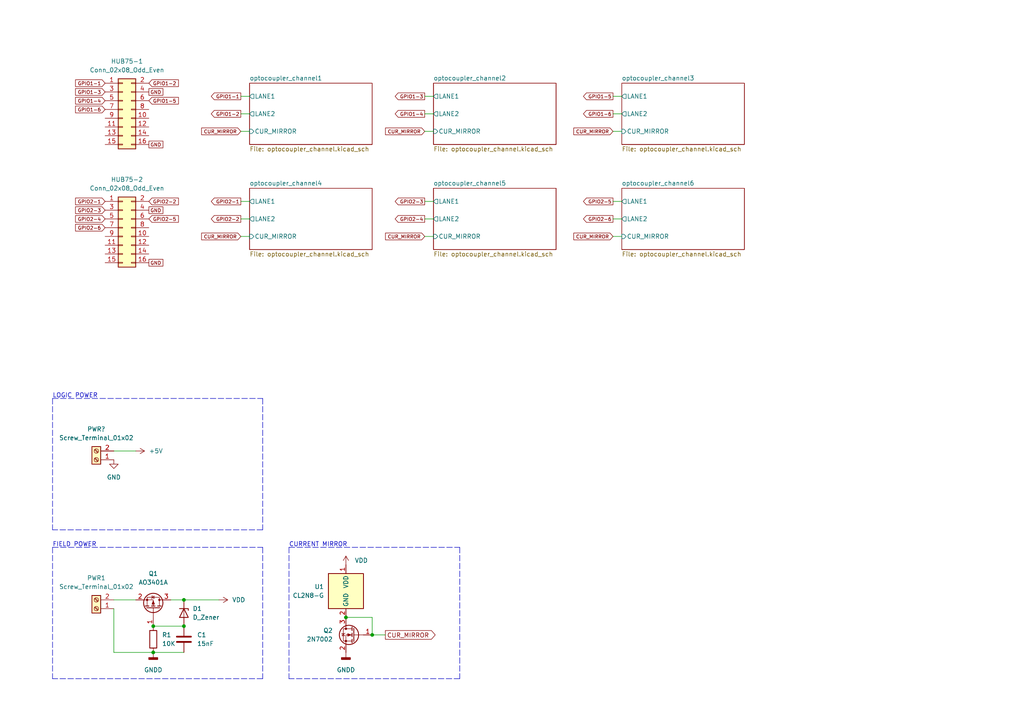
<source format=kicad_sch>
(kicad_sch (version 20211123) (generator eeschema)
  (paper "A4")
  (lib_symbols
    (symbol "Connector:Screw_Terminal_01x02" (pin_names (offset 1.016) hide)
      (property "Reference" "J" (at 0 2.54 0))
      (property "Value" "Screw_Terminal_01x02" (at 0 -5.08 0))
      (symbol "Screw_Terminal_01x02_1_1"
        (rectangle (start -1.27 1.27) (end 1.27 -3.81) (stroke (width 0.254)) (fill (type background)))
        (circle (center 0 -2.54) (radius 0.635) (stroke (width 0.1524)))
        (polyline (pts (xy -0.5334 -2.2098) (xy 0.3302 -3.048)) (stroke (width 0.1524)))
        (polyline (pts (xy -0.5334 0.3302) (xy 0.3302 -0.508)) (stroke (width 0.1524)))
        (polyline (pts (xy -0.3556 -2.032) (xy 0.508 -2.8702)) (stroke (width 0.1524)))
        (polyline (pts (xy -0.3556 0.508) (xy 0.508 -0.3302)) (stroke (width 0.1524)))
        (circle (center 0 0) (radius 0.635) (stroke (width 0.1524)))
        (pin passive line (at -5.08 0 0) (length 3.81) (name "Pin_1") (number "1"))
        (pin passive line (at -5.08 -2.54 0) (length 3.81) (name "Pin_2") (number "2"))
      )
    )
    (symbol "Connector_Generic:Conn_02x08_Odd_Even" (pin_names (offset 1.016) hide)
      (property "Reference" "J" (at 1.27 10.16 0))
      (property "Value" "Conn_02x08_Odd_Even" (at 1.27 -12.7 0))
      (symbol "Conn_02x08_Odd_Even_1_1"
        (rectangle (start -1.27 -10.033) (end 0 -10.287) (stroke (width 0.1524)))
        (rectangle (start -1.27 -7.493) (end 0 -7.747) (stroke (width 0.1524)))
        (rectangle (start -1.27 -4.953) (end 0 -5.207) (stroke (width 0.1524)))
        (rectangle (start -1.27 -2.413) (end 0 -2.667) (stroke (width 0.1524)))
        (rectangle (start -1.27 0.127) (end 0 -0.127) (stroke (width 0.1524)))
        (rectangle (start -1.27 2.667) (end 0 2.413) (stroke (width 0.1524)))
        (rectangle (start -1.27 5.207) (end 0 4.953) (stroke (width 0.1524)))
        (rectangle (start -1.27 7.747) (end 0 7.493) (stroke (width 0.1524)))
        (rectangle (start -1.27 8.89) (end 3.81 -11.43) (stroke (width 0.254)) (fill (type background)))
        (rectangle (start 3.81 -10.033) (end 2.54 -10.287) (stroke (width 0.1524)))
        (rectangle (start 3.81 -7.493) (end 2.54 -7.747) (stroke (width 0.1524)))
        (rectangle (start 3.81 -4.953) (end 2.54 -5.207) (stroke (width 0.1524)))
        (rectangle (start 3.81 -2.413) (end 2.54 -2.667) (stroke (width 0.1524)))
        (rectangle (start 3.81 0.127) (end 2.54 -0.127) (stroke (width 0.1524)))
        (rectangle (start 3.81 2.667) (end 2.54 2.413) (stroke (width 0.1524)))
        (rectangle (start 3.81 5.207) (end 2.54 4.953) (stroke (width 0.1524)))
        (rectangle (start 3.81 7.747) (end 2.54 7.493) (stroke (width 0.1524)))
        (pin passive line (at -5.08 7.62 0) (length 3.81) (name "Pin_1") (number "1"))
        (pin passive line (at 7.62 -2.54 180) (length 3.81) (name "Pin_10") (number "10"))
        (pin passive line (at -5.08 -5.08 0) (length 3.81) (name "Pin_11") (number "11"))
        (pin passive line (at 7.62 -5.08 180) (length 3.81) (name "Pin_12") (number "12"))
        (pin passive line (at -5.08 -7.62 0) (length 3.81) (name "Pin_13") (number "13"))
        (pin passive line (at 7.62 -7.62 180) (length 3.81) (name "Pin_14") (number "14"))
        (pin passive line (at -5.08 -10.16 0) (length 3.81) (name "Pin_15") (number "15"))
        (pin passive line (at 7.62 -10.16 180) (length 3.81) (name "Pin_16") (number "16"))
        (pin passive line (at 7.62 7.62 180) (length 3.81) (name "Pin_2") (number "2"))
        (pin passive line (at -5.08 5.08 0) (length 3.81) (name "Pin_3") (number "3"))
        (pin passive line (at 7.62 5.08 180) (length 3.81) (name "Pin_4") (number "4"))
        (pin passive line (at -5.08 2.54 0) (length 3.81) (name "Pin_5") (number "5"))
        (pin passive line (at 7.62 2.54 180) (length 3.81) (name "Pin_6") (number "6"))
        (pin passive line (at -5.08 0 0) (length 3.81) (name "Pin_7") (number "7"))
        (pin passive line (at 7.62 0 180) (length 3.81) (name "Pin_8") (number "8"))
        (pin passive line (at -5.08 -2.54 0) (length 3.81) (name "Pin_9") (number "9"))
      )
    )
    (symbol "Device:C" (pin_numbers hide) (pin_names (offset 0.254))
      (property "Reference" "C" (at 0.635 2.54 0))
      (property "Value" "C" (at 0.635 -2.54 0))
      (symbol "C_0_1"
        (polyline (pts (xy -2.032 -0.762) (xy 2.032 -0.762)) (stroke (width 0.508)))
        (polyline (pts (xy -2.032 0.762) (xy 2.032 0.762)) (stroke (width 0.508)))
      )
      (symbol "C_1_1"
        (pin passive line (at 0 3.81 270) (length 2.794) (name "~") (number "1"))
        (pin passive line (at 0 -3.81 90) (length 2.794) (name "~") (number "2"))
      )
    )
    (symbol "Device:D_Zener" (pin_numbers hide) (pin_names (offset 1.016) hide)
      (property "Reference" "D" (at 0 2.54 0))
      (property "Value" "D_Zener" (at 0 -2.54 0))
      (symbol "D_Zener_0_1"
        (polyline (pts (xy 1.27 0) (xy -1.27 0)))
        (polyline (pts (xy -1.27 -1.27) (xy -1.27 1.27) (xy -0.762 1.27)) (stroke (width 0.254)))
        (polyline (pts (xy 1.27 -1.27) (xy 1.27 1.27) (xy -1.27 0) (xy 1.27 -1.27)) (stroke (width 0.254)))
      )
      (symbol "D_Zener_1_1"
        (pin passive line (at -3.81 0 0) (length 2.54) (name "K") (number "1"))
        (pin passive line (at 3.81 0 180) (length 2.54) (name "A") (number "2"))
      )
    )
    (symbol "Device:R" (pin_numbers hide) (pin_names (offset 0))
      (property "Reference" "R" (at 2.032 0 90))
      (property "Value" "R" (at 0 0 90))
      (symbol "R_0_1"
        (rectangle (start -1.016 -2.54) (end 1.016 2.54) (stroke (width 0.254)))
      )
      (symbol "R_1_1"
        (pin passive line (at 0 3.81 270) (length 1.27) (name "~") (number "1"))
        (pin passive line (at 0 -3.81 90) (length 1.27) (name "~") (number "2"))
      )
    )
    (symbol "Driver_LED:HV9921N8-G"
      (property "Reference" "U2" (at -6.35 1.2701 0))
      (property "Value" "HV9921N8-G" (at -6.35 -1.2699 0))
      (symbol "HV9921N8-G_0_1"
        (rectangle (start -5.08 5.08) (end 5.08 -5.08) (stroke (width 0.254)) (fill (type background)))
      )
      (symbol "HV9921N8-G_1_1"
        (pin output line (at 0 7.62 270) (length 2.54) (name "VDD") (number "1"))
        (pin power_in line (at 0 -7.62 90) (length 2.54) (name "GND") (number "2"))
      )
    )
    (symbol "Transistor_FET:2N7002" (pin_names hide)
      (property "Reference" "Q" (at 5.08 1.905 0))
      (property "Value" "2N7002" (at 5.08 0 0))
      (symbol "2N7002_0_1"
        (polyline (pts (xy 0.254 0) (xy -2.54 0)))
        (polyline (pts (xy 0.254 1.905) (xy 0.254 -1.905)) (stroke (width 0.254)))
        (polyline (pts (xy 0.762 -1.27) (xy 0.762 -2.286)) (stroke (width 0.254)))
        (polyline (pts (xy 0.762 0.508) (xy 0.762 -0.508)) (stroke (width 0.254)))
        (polyline (pts (xy 0.762 2.286) (xy 0.762 1.27)) (stroke (width 0.254)))
        (polyline (pts (xy 2.54 2.54) (xy 2.54 1.778)))
        (polyline (pts (xy 2.54 -2.54) (xy 2.54 0) (xy 0.762 0)))
        (polyline (pts (xy 0.762 -1.778) (xy 3.302 -1.778) (xy 3.302 1.778) (xy 0.762 1.778)))
        (polyline (pts (xy 1.016 0) (xy 2.032 0.381) (xy 2.032 -0.381) (xy 1.016 0)) (fill (type outline)))
        (polyline (pts (xy 2.794 0.508) (xy 2.921 0.381) (xy 3.683 0.381) (xy 3.81 0.254)))
        (polyline (pts (xy 3.302 0.381) (xy 2.921 -0.254) (xy 3.683 -0.254) (xy 3.302 0.381)))
        (circle (center 1.651 0) (radius 2.794) (stroke (width 0.254)))
        (circle (center 2.54 -1.778) (radius 0.254) (fill (type outline)))
        (circle (center 2.54 1.778) (radius 0.254) (fill (type outline)))
      )
      (symbol "2N7002_1_1"
        (pin input line (at -5.08 0 0) (length 2.54) (name "G") (number "1"))
        (pin passive line (at 2.54 -5.08 90) (length 2.54) (name "S") (number "2"))
        (pin passive line (at 2.54 5.08 270) (length 2.54) (name "D") (number "3"))
      )
    )
    (symbol "Transistor_FET:AO3401A" (pin_names hide)
      (property "Reference" "Q" (at 5.08 1.905 0))
      (property "Value" "AO3401A" (at 5.08 0 0))
      (symbol "AO3401A_0_1"
        (polyline (pts (xy 0.254 0) (xy -2.54 0)))
        (polyline (pts (xy 0.254 1.905) (xy 0.254 -1.905)) (stroke (width 0.254)))
        (polyline (pts (xy 0.762 -1.27) (xy 0.762 -2.286)) (stroke (width 0.254)))
        (polyline (pts (xy 0.762 0.508) (xy 0.762 -0.508)) (stroke (width 0.254)))
        (polyline (pts (xy 0.762 2.286) (xy 0.762 1.27)) (stroke (width 0.254)))
        (polyline (pts (xy 2.54 2.54) (xy 2.54 1.778)))
        (polyline (pts (xy 2.54 -2.54) (xy 2.54 0) (xy 0.762 0)))
        (polyline (pts (xy 0.762 1.778) (xy 3.302 1.778) (xy 3.302 -1.778) (xy 0.762 -1.778)))
        (polyline (pts (xy 2.286 0) (xy 1.27 0.381) (xy 1.27 -0.381) (xy 2.286 0)) (fill (type outline)))
        (polyline (pts (xy 2.794 -0.508) (xy 2.921 -0.381) (xy 3.683 -0.381) (xy 3.81 -0.254)))
        (polyline (pts (xy 3.302 -0.381) (xy 2.921 0.254) (xy 3.683 0.254) (xy 3.302 -0.381)))
        (circle (center 1.651 0) (radius 2.794) (stroke (width 0.254)))
        (circle (center 2.54 -1.778) (radius 0.254) (fill (type outline)))
        (circle (center 2.54 1.778) (radius 0.254) (fill (type outline)))
      )
      (symbol "AO3401A_1_1"
        (pin input line (at -5.08 0 0) (length 2.54) (name "G") (number "1"))
        (pin passive line (at 2.54 -5.08 90) (length 2.54) (name "S") (number "2"))
        (pin passive line (at 2.54 5.08 270) (length 2.54) (name "D") (number "3"))
      )
    )
    (symbol "power:+5V" (power) (pin_names (offset 0))
      (property "Value" "+5V" (at 0 3.556 0))
      (symbol "+5V_0_1"
        (polyline (pts (xy -0.762 1.27) (xy 0 2.54)))
        (polyline (pts (xy 0 0) (xy 0 2.54)))
        (polyline (pts (xy 0 2.54) (xy 0.762 1.27)))
      )
      (symbol "+5V_1_1"
        (pin power_in line (at 0 0 90) (length 0) hide (name "+5V") (number "1"))
      )
    )
    (symbol "power:GND" (power) (pin_names (offset 0))
      (property "Value" "GND" (at 0 -3.81 0))
      (symbol "GND_0_1"
        (polyline (pts (xy 0 0) (xy 0 -1.27) (xy 1.27 -1.27) (xy 0 -2.54) (xy -1.27 -1.27) (xy 0 -1.27)))
      )
      (symbol "GND_1_1"
        (pin power_in line (at 0 0 270) (length 0) hide (name "GND") (number "1"))
      )
    )
    (symbol "power:GNDD" (power) (pin_names (offset 0))
      (property "Value" "GNDD" (at 0 -3.175 0))
      (symbol "GNDD_0_1"
        (rectangle (start -1.27 -1.524) (end 1.27 -2.032) (stroke (width 0.254)) (fill (type outline)))
        (polyline (pts (xy 0 0) (xy 0 -1.524)))
      )
      (symbol "GNDD_1_1"
        (pin power_in line (at 0 0 270) (length 0) hide (name "GNDD") (number "1"))
      )
    )
    (symbol "power:VDD" (power) (pin_names (offset 0))
      (property "Value" "VDD" (at 0 3.81 0))
      (symbol "VDD_0_1"
        (polyline (pts (xy -0.762 1.27) (xy 0 2.54)))
        (polyline (pts (xy 0 0) (xy 0 2.54)))
        (polyline (pts (xy 0 2.54) (xy 0.762 1.27)))
      )
      (symbol "VDD_1_1"
        (pin power_in line (at 0 0 90) (length 0) hide (name "VDD") (number "1"))
      )
    )
  )
  (junction (at 53.34 181.61))
  (junction (at 107.95 184.15))
  (junction (at 44.45 189.23))
  (junction (at 100.33 179.07))
  (junction (at 53.34 173.99))
  (junction (at 44.45 181.61))
  (wire (pts (xy 49.53 173.99) (xy 53.34 173.99)))
  (wire (pts (xy 53.34 173.99) (xy 63.5 173.99)))
  (polyline (pts (xy 15.24 115.57) (xy 76.2 115.57)))
  (wire (pts (xy 44.45 181.61) (xy 53.34 181.61)))
  (wire (pts (xy 33.02 130.81) (xy 39.37 130.81)))
  (wire (pts (xy 100.33 179.07) (xy 107.95 179.07)))
  (polyline (pts (xy 76.2 153.67) (xy 15.24 153.67)))
  (wire (pts (xy 69.85 58.42) (xy 72.39 58.42)))
  (wire (pts (xy 177.8 63.5) (xy 180.34 63.5)))
  (polyline (pts (xy 76.2 115.57) (xy 76.2 153.67)))
  (polyline (pts (xy 83.82 158.75) (xy 133.35 158.75)))
  (wire (pts (xy 123.19 68.58) (xy 125.73 68.58)))
  (wire (pts (xy 69.85 63.5) (xy 72.39 63.5)))
  (polyline (pts (xy 76.2 196.85) (xy 15.24 196.85)))
  (polyline (pts (xy 15.24 158.75) (xy 15.24 196.85)))
  (wire (pts (xy 69.85 27.94) (xy 72.39 27.94)))
  (polyline (pts (xy 76.2 158.75) (xy 76.2 196.85)))
  (wire (pts (xy 177.8 68.58) (xy 180.34 68.58)))
  (polyline (pts (xy 83.82 158.75) (xy 83.82 196.85)))
  (wire (pts (xy 33.02 176.53) (xy 33.02 189.23)))
  (wire (pts (xy 123.19 33.02) (xy 125.73 33.02)))
  (polyline (pts (xy 133.35 158.75) (xy 133.35 196.85)))
  (wire (pts (xy 107.95 184.15) (xy 111.76 184.15)))
  (wire (pts (xy 177.8 27.94) (xy 180.34 27.94)))
  (wire (pts (xy 177.8 58.42) (xy 180.34 58.42)))
  (wire (pts (xy 33.02 189.23) (xy 44.45 189.23)))
  (wire (pts (xy 123.19 38.1) (xy 125.73 38.1)))
  (wire (pts (xy 123.19 63.5) (xy 125.73 63.5)))
  (wire (pts (xy 177.8 33.02) (xy 180.34 33.02)))
  (wire (pts (xy 69.85 68.58) (xy 72.39 68.58)))
  (wire (pts (xy 69.85 33.02) (xy 72.39 33.02)))
  (polyline (pts (xy 133.35 196.85) (xy 83.82 196.85)))
  (polyline (pts (xy 15.24 115.57) (xy 15.24 153.67)))
  (wire (pts (xy 123.19 27.94) (xy 125.73 27.94)))
  (wire (pts (xy 69.85 38.1) (xy 72.39 38.1)))
  (wire (pts (xy 44.45 189.23) (xy 53.34 189.23)))
  (wire (pts (xy 123.19 58.42) (xy 125.73 58.42)))
  (wire (pts (xy 33.02 173.99) (xy 39.37 173.99)))
  (wire (pts (xy 177.8 38.1) (xy 180.34 38.1)))
  (polyline (pts (xy 15.24 158.75) (xy 76.2 158.75)))
  (wire (pts (xy 107.95 179.07) (xy 107.95 184.15)))
  (text "FIELD POWER" (at 15.24 158.75 0) (effects (font (size 1.27 1.27)) (justify left bottom)))
  (text "LOGIC POWER" (at 15.24 115.57 0) (effects (font (size 1.27 1.27)) (justify left bottom)))
  (text "CURRENT MIRROR" (at 83.82 158.75 0) (effects (font (size 1.27 1.27)) (justify left bottom)))
  (global_label "GPIO2-4" (shape output) (at 123.19 63.5 180) (effects (font (size 1 1))) (property "Intersheet References" "${INTERSHEET_REFS}" (effects hide)))
  (global_label "GPIO2-3" (shape output) (at 123.19 58.42 180) (effects (font (size 1 1))) (property "Intersheet References" "${INTERSHEET_REFS}" (effects hide)))
  (global_label "GPIO1-1" (shape input) (at 30.48 24.13 180) (effects (font (size 1 1))) (property "Intersheet References" "${INTERSHEET_REFS}" (effects hide)))
  (global_label "CUR_MIRROR" (shape input) (at 69.85 68.58 180) (effects (font (size 1 1))) (property "Intersheet References" "${INTERSHEET_REFS}" (effects hide)))
  (global_label "GPIO2-5" (shape input) (at 43.18 63.5 0) (effects (font (size 1 1))) (property "Intersheet References" "${INTERSHEET_REFS}" (effects hide)))
  (global_label "GPIO1-4" (shape output) (at 123.19 33.02 180) (effects (font (size 1 1))) (property "Intersheet References" "${INTERSHEET_REFS}" (effects hide)))
  (global_label "GPIO1-6" (shape input) (at 30.48 31.75 180) (effects (font (size 1 1))) (property "Intersheet References" "${INTERSHEET_REFS}" (effects hide)))
  (global_label "GND" (shape passive) (at 43.18 26.67 0) (effects (font (size 1 1))) (property "Intersheet References" "${INTERSHEET_REFS}" (effects hide)))
  (global_label "CUR_MIRROR" (shape input) (at 123.19 38.1 180) (effects (font (size 1 1))) (property "Intersheet References" "${INTERSHEET_REFS}" (effects hide)))
  (global_label "CUR_MIRROR" (shape input) (at 123.19 68.58 180) (effects (font (size 1 1))) (property "Intersheet References" "${INTERSHEET_REFS}" (effects hide)))
  (global_label "GND" (shape passive) (at 43.18 41.91 0) (effects (font (size 1 1))) (property "Intersheet References" "${INTERSHEET_REFS}" (effects hide)))
  (global_label "GPIO1-1" (shape output) (at 69.85 27.94 180) (effects (font (size 1 1))) (property "Intersheet References" "${INTERSHEET_REFS}" (effects hide)))
  (global_label "GPIO2-5" (shape output) (at 177.8 58.42 180) (effects (font (size 1 1))) (property "Intersheet References" "${INTERSHEET_REFS}" (effects hide)))
  (global_label "GPIO1-2" (shape input) (at 43.18 24.13 0) (effects (font (size 1 1))) (property "Intersheet References" "${INTERSHEET_REFS}" (effects hide)))
  (global_label "GPIO1-5" (shape input) (at 43.18 29.21 0) (effects (font (size 1 1))) (property "Intersheet References" "${INTERSHEET_REFS}" (effects hide)))
  (global_label "GPIO1-3" (shape input) (at 30.48 26.67 180) (effects (font (size 1 1))) (property "Intersheet References" "${INTERSHEET_REFS}" (effects hide)))
  (global_label "CUR_MIRROR" (shape input) (at 69.85 38.1 180) (effects (font (size 1 1))) (property "Intersheet References" "${INTERSHEET_REFS}" (effects hide)))
  (global_label "GPIO2-2" (shape input) (at 43.18 58.42 0) (effects (font (size 1 1))) (property "Intersheet References" "${INTERSHEET_REFS}" (effects hide)))
  (global_label "CUR_MIRROR" (shape output) (at 111.76 184.15 0) (property "Intersheet References" "${INTERSHEET_REFS}" (effects hide)))
  (global_label "CUR_MIRROR" (shape input) (at 177.8 38.1 180) (effects (font (size 1 1))) (property "Intersheet References" "${INTERSHEET_REFS}" (effects hide)))
  (global_label "GPIO2-4" (shape input) (at 30.48 63.5 180) (effects (font (size 1 1))) (property "Intersheet References" "${INTERSHEET_REFS}" (effects hide)))
  (global_label "CUR_MIRROR" (shape input) (at 177.8 68.58 180) (effects (font (size 1 1))) (property "Intersheet References" "${INTERSHEET_REFS}" (effects hide)))
  (global_label "GPIO1-6" (shape output) (at 177.8 33.02 180) (effects (font (size 1 1))) (property "Intersheet References" "${INTERSHEET_REFS}" (effects hide)))
  (global_label "GPIO2-1" (shape output) (at 69.85 58.42 180) (effects (font (size 1 1))) (property "Intersheet References" "${INTERSHEET_REFS}" (effects hide)))
  (global_label "GPIO1-3" (shape output) (at 123.19 27.94 180) (effects (font (size 1 1))) (property "Intersheet References" "${INTERSHEET_REFS}" (effects hide)))
  (global_label "GPIO2-2" (shape output) (at 69.85 63.5 180) (effects (font (size 1 1))) (property "Intersheet References" "${INTERSHEET_REFS}" (effects hide)))
  (global_label "GPIO1-5" (shape output) (at 177.8 27.94 180) (effects (font (size 1 1))) (property "Intersheet References" "${INTERSHEET_REFS}" (effects hide)))
  (global_label "GPIO1-4" (shape input) (at 30.48 29.21 180) (effects (font (size 1 1))) (property "Intersheet References" "${INTERSHEET_REFS}" (effects hide)))
  (global_label "GPIO2-6" (shape output) (at 177.8 63.5 180) (effects (font (size 1 1))) (property "Intersheet References" "${INTERSHEET_REFS}" (effects hide)))
  (global_label "GND" (shape passive) (at 43.18 76.2 0) (effects (font (size 1 1))) (property "Intersheet References" "${INTERSHEET_REFS}" (effects hide)))
  (global_label "GND" (shape passive) (at 43.18 60.96 0) (effects (font (size 1 1))) (property "Intersheet References" "${INTERSHEET_REFS}" (effects hide)))
  (global_label "GPIO1-2" (shape output) (at 69.85 33.02 180) (effects (font (size 1 1))) (property "Intersheet References" "${INTERSHEET_REFS}" (effects hide)))
  (global_label "GPIO2-6" (shape input) (at 30.48 66.04 180) (effects (font (size 1 1))) (property "Intersheet References" "${INTERSHEET_REFS}" (effects hide)))
  (global_label "GPIO2-3" (shape input) (at 30.48 60.96 180) (effects (font (size 1 1))) (property "Intersheet References" "${INTERSHEET_REFS}" (effects hide)))
  (global_label "GPIO2-1" (shape input) (at 30.48 58.42 180) (effects (font (size 1 1))) (property "Intersheet References" "${INTERSHEET_REFS}" (effects hide)))
  (symbol (lib_id "Device:R") (at 44.45 185.42 0) (unit 1)
    (property "Reference" "R1" (at 46.99 184.1499 0) (effects (justify left)))
    (property "Value" "10K" (at 46.99 186.6899 0) (effects (justify left)))
    (property "Footprint" "Resistor_SMD:R_1206_3216Metric_Pad1.30x1.75mm_HandSolder" (effects hide))
  )
  (symbol (lib_id "power:GND") (at 33.02 133.35 0) (unit 1)
    (property "Reference" "#PWR?" (effects hide))
    (property "Value" "GND" (at 33.02 138.43 0))
  )
  (symbol (lib_id "Connector_Generic:Conn_02x08_Odd_Even") (at 35.56 66.04 0) (unit 1)
    (property "Reference" "HUB75-2" (at 36.83 52.07 0))
    (property "Value" "Conn_02x08_Odd_Even" (at 36.83 54.61 0))
    (property "Footprint" "Connector_PinHeader_2.54mm:PinHeader_2x08_P2.54mm_Vertical" (effects hide))
  )
  (symbol (lib_id "Driver_LED:HV9921N8-G") (at 100.33 171.45 0) (unit 1)
    (property "Reference" "U1" (at 93.98 170.1799 0) (effects (justify right)))
    (property "Value" "CL2N8-G" (at 93.98 172.7199 0) (effects (justify right)))
    (property "Footprint" "Package_TO_SOT_SMD:SOT-89-3" (effects hide))
    (property "Datasheet" "https://cdn-reichelt.de/documents/datenblatt/A200/CL2_DS.pdf" (effects hide))
  )
  (symbol (lib_id "Device:D_Zener") (at 53.34 177.8 270) (unit 1)
    (property "Reference" "D1" (at 55.88 176.5299 90) (effects (justify left)))
    (property "Value" "D_Zener" (at 55.88 179.0699 90) (effects (justify left)))
    (property "Footprint" "Diode_SMD:D_SOD-123" (effects hide))
  )
  (symbol (lib_id "power:VDD") (at 100.33 163.83 0) (unit 1)
    (property "Reference" "#PWR01" (effects hide))
    (property "Value" "VDD" (at 102.87 162.5599 0) (effects (justify left)))
  )
  (symbol (lib_id "power:+5V") (at 39.37 130.81 270) (unit 1)
    (property "Reference" "#PWR?" (effects hide))
    (property "Value" "+5V" (at 43.18 130.8099 90) (effects (justify left)))
  )
  (symbol (lib_id "power:GNDD") (at 44.45 189.23 0) (unit 1)
    (property "Reference" "#PWR03" (effects hide))
    (property "Value" "GNDD" (at 44.45 194.31 0))
  )
  (symbol (lib_id "Connector:Screw_Terminal_01x02") (at 27.94 176.53 180) (unit 1)
    (property "Reference" "PWR1" (at 27.94 167.64 0))
    (property "Value" "Screw_Terminal_01x02" (at 27.94 170.18 0))
    (property "Footprint" "TerminalBlock_Phoenix:TerminalBlock_Phoenix_PT-1,5-2-3.5-H_1x02_P3.50mm_Horizontal" (effects hide))
  )
  (symbol (lib_id "Connector:Screw_Terminal_01x02") (at 27.94 133.35 180) (unit 1)
    (property "Reference" "PWR?" (at 27.94 124.46 0))
    (property "Value" "Screw_Terminal_01x02" (at 27.94 127 0))
    (property "Footprint" "TerminalBlock_Phoenix:TerminalBlock_Phoenix_PT-1,5-2-3.5-H_1x02_P3.50mm_Horizontal" (effects hide))
  )
  (symbol (lib_id "power:VDD") (at 63.5 173.99 270) (unit 1)
    (property "Reference" "#PWR02" (effects hide))
    (property "Value" "VDD" (at 67.31 173.9899 90) (effects (justify left)))
  )
  (symbol (lib_id "Transistor_FET:2N7002") (at 102.87 184.15 0) (mirror y) (unit 1)
    (property "Reference" "Q2" (at 96.52 182.8799 0) (effects (justify left)))
    (property "Value" "2N7002" (at 96.52 185.4199 0) (effects (justify left)))
    (property "Footprint" "Package_TO_SOT_SMD:SOT-23" (effects hide))
    (property "Datasheet" "https://www.onsemi.com/pub/Collateral/NDS7002A-D.PDF" (effects hide))
  )
  (symbol (lib_id "Device:C") (at 53.34 185.42 0) (unit 1)
    (property "Reference" "C1" (at 57.15 184.1499 0) (effects (justify left)))
    (property "Value" "15nF" (at 57.15 186.6899 0) (effects (justify left)))
    (property "Footprint" "Capacitor_SMD:C_1206_3216Metric_Pad1.33x1.80mm_HandSolder" (effects hide))
  )
  (symbol (lib_id "Connector_Generic:Conn_02x08_Odd_Even") (at 35.56 31.75 0) (unit 1)
    (property "Reference" "HUB75-1" (at 36.83 17.78 0))
    (property "Value" "Conn_02x08_Odd_Even" (at 36.83 20.32 0))
    (property "Footprint" "Connector_PinHeader_2.54mm:PinHeader_2x08_P2.54mm_Vertical" (effects hide))
  )
  (symbol (lib_id "power:GNDD") (at 100.33 189.23 0) (unit 1)
    (property "Reference" "#PWR04" (effects hide))
    (property "Value" "GNDD" (at 100.33 194.31 0))
  )
  (symbol (lib_id "Transistor_FET:AO3401A") (at 44.45 176.53 270) (mirror x) (unit 1)
    (property "Reference" "Q1" (at 44.45 166.37 90))
    (property "Value" "AO3401A" (at 44.45 168.91 90))
    (property "Footprint" "Package_TO_SOT_SMD:SOT-23" (effects hide))
    (property "Datasheet" "http://www.aosmd.com/pdfs/datasheet/AO3401A.pdf" (effects hide))
  )
  (sheet (at 125.73 24.13) (size 35.56 17.78) (stroke (width 0.1524))
    (property "Sheet name" "optocoupler_channel2" (at 125.73 23.4184 0) (effects (justify left bottom)))
    (property "Sheet file" "optocoupler_channel.kicad_sch" (at 125.73 42.4946 0) (effects (justify left top)))
    (pin "CUR_MIRROR" input (at 125.73 38.1 180))
    (pin "LANE1" output (at 125.73 27.94 180))
    (pin "LANE2" output (at 125.73 33.02 180))
  )
  (sheet (at 72.39 24.13) (size 35.56 17.78) (stroke (width 0.1524))
    (property "Sheet name" "optocoupler_channel1" (at 72.39 23.4184 0) (effects (justify left bottom)))
    (property "Sheet file" "optocoupler_channel.kicad_sch" (at 72.39 42.4946 0) (effects (justify left top)))
    (pin "CUR_MIRROR" input (at 72.39 38.1 180))
    (pin "LANE1" output (at 72.39 27.94 180))
    (pin "LANE2" output (at 72.39 33.02 180))
  )
  (sheet (at 180.34 54.61) (size 35.56 17.78) (stroke (width 0.1524))
    (property "Sheet name" "optocoupler_channel6" (at 180.34 53.8984 0) (effects (justify left bottom)))
    (property "Sheet file" "optocoupler_channel.kicad_sch" (at 180.34 72.9746 0) (effects (justify left top)))
    (pin "CUR_MIRROR" input (at 180.34 68.58 180))
    (pin "LANE1" output (at 180.34 58.42 180))
    (pin "LANE2" output (at 180.34 63.5 180))
  )
  (sheet (at 180.34 24.13) (size 35.56 17.78) (stroke (width 0.1524))
    (property "Sheet name" "optocoupler_channel3" (at 180.34 23.4184 0) (effects (justify left bottom)))
    (property "Sheet file" "optocoupler_channel.kicad_sch" (at 180.34 42.4946 0) (effects (justify left top)))
    (pin "CUR_MIRROR" input (at 180.34 38.1 180))
    (pin "LANE1" output (at 180.34 27.94 180))
    (pin "LANE2" output (at 180.34 33.02 180))
  )
  (sheet (at 125.73 54.61) (size 35.56 17.78) (stroke (width 0.1524))
    (property "Sheet name" "optocoupler_channel5" (at 125.73 53.8984 0) (effects (justify left bottom)))
    (property "Sheet file" "optocoupler_channel.kicad_sch" (at 125.73 72.9746 0) (effects (justify left top)))
    (pin "CUR_MIRROR" input (at 125.73 68.58 180))
    (pin "LANE1" output (at 125.73 58.42 180))
    (pin "LANE2" output (at 125.73 63.5 180))
  )
  (sheet (at 72.39 54.61) (size 35.56 17.78) (stroke (width 0.1524))
    (property "Sheet name" "optocoupler_channel4" (at 72.39 53.8984 0) (effects (justify left bottom)))
    (property "Sheet file" "optocoupler_channel.kicad_sch" (at 72.39 72.9746 0) (effects (justify left top)))
    (pin "CUR_MIRROR" input (at 72.39 68.58 180))
    (pin "LANE1" output (at 72.39 58.42 180))
    (pin "LANE2" output (at 72.39 63.5 180))
  )
)
</source>
